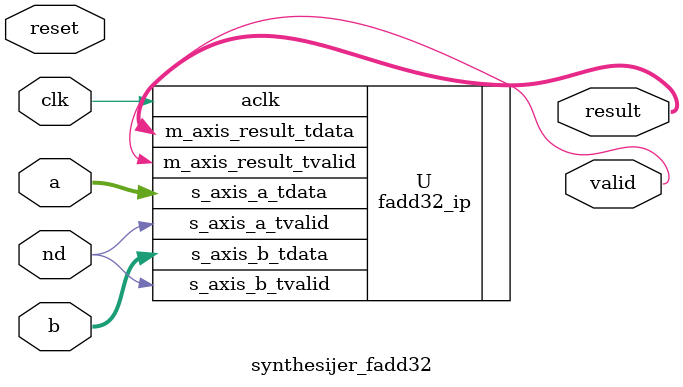
<source format=v>
`default_nettype none

module synthesijer_fadd32
  (
   input wire 	      clk,
   input wire 	      reset,
   input wire [31:0]  a,
   input wire [31:0]  b,
   input wire 	      nd,
   output wire [31:0] result,
   output wire 	      valid
   );

   fadd32_ip U(.aclk(clk),
	       .s_axis_a_tdata(a),
	       .s_axis_a_tvalid(nd),
	       .s_axis_b_tdata(b),
	       .s_axis_b_tvalid(nd),
	       .m_axis_result_tvalid(valid),
	       .m_axis_result_tdata(result)
	       );
   
endmodule // synthesijer_fadd32

`default_nettype wire

</source>
